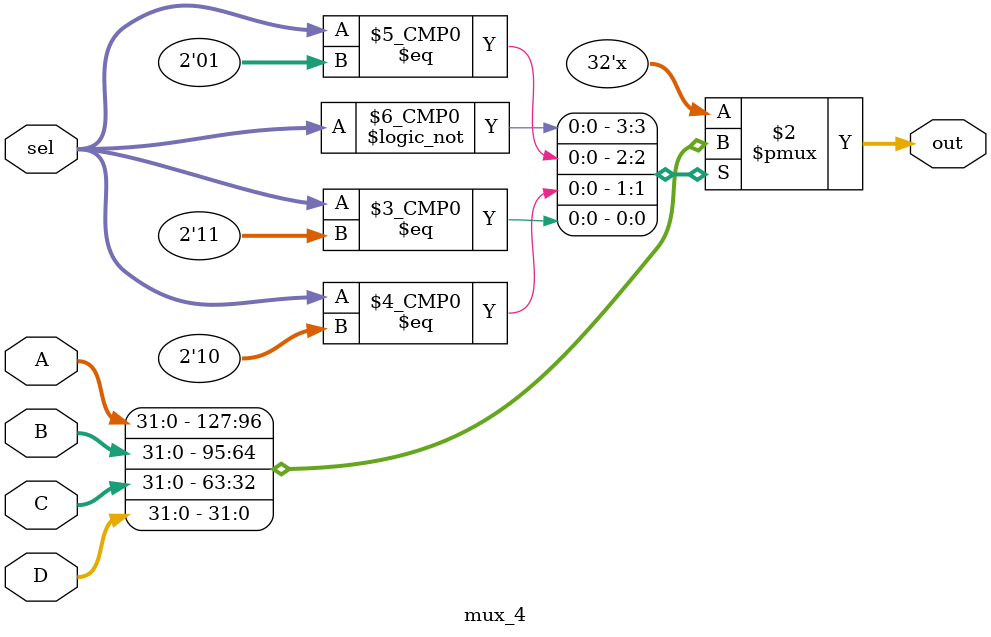
<source format=v>
module mux(
    input [1:0] sel,
    input [31:0] A,
    input [31:0] B,
    input [31:0] C,
    output reg [31:0] out
);

    always @(*)begin
        case(sel)
            2'b00: out <= A;
            2'b01: out <= B;
            2'b10: out <= C;
            default : $display("Invalid sel input");
        endcase
    end

endmodule


module mux_4(
    input [1:0] sel,
    input [31:0] A,
    input [31:0] B,
    input [31:0] C,
    input [31:0] D,
    output reg [31:0] out
);
    always @(*)begin
        case(sel)
            2'b00: out <= A;
            2'b01: out <= B;
            2'b10: out <= C;
            2'b11: out <= D;
            default : $display("Invalid sel input");
        endcase
    end

endmodule
</source>
